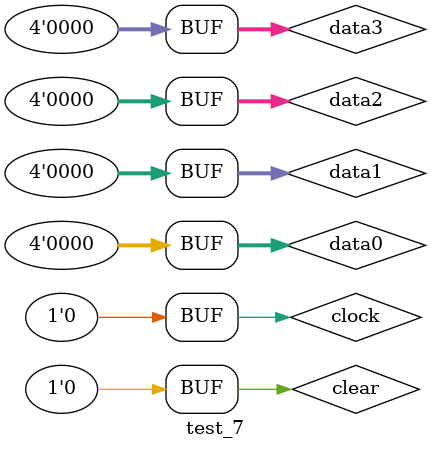
<source format=v>
`timescale 1ns / 1ps


module test_7;

	// Inputs
	reg clock;
	reg clear;
	reg [3:0] data0;
	reg [3:0] data1;
	reg [3:0] data2;
	reg [3:0] data3;

	// Outputs
	wire decimal;
	wire [3:0] enable;
	wire [6:0] segs;

	// Instantiate the Unit Under Test (UUT)
	LED_7SEG uut (
		.clock(clock), 
		.clear(clear), 
		.data0(data0), 
		.data1(data1), 
		.data2(data2), 
		.data3(data3), 
		.decimal(decimal), 
		.enable(enable), 
		.segs(segs)
	);

	initial begin
		// Initialize Inputs
		clock = 0;
		clear = 0;
		data0 = 0;
		data1 = 0;
		data2 = 0;
		data3 = 0;

		// Wait 100 ns for global reset to finish
		#100;
        
		// Add stimulus here

	end
      
endmodule


</source>
